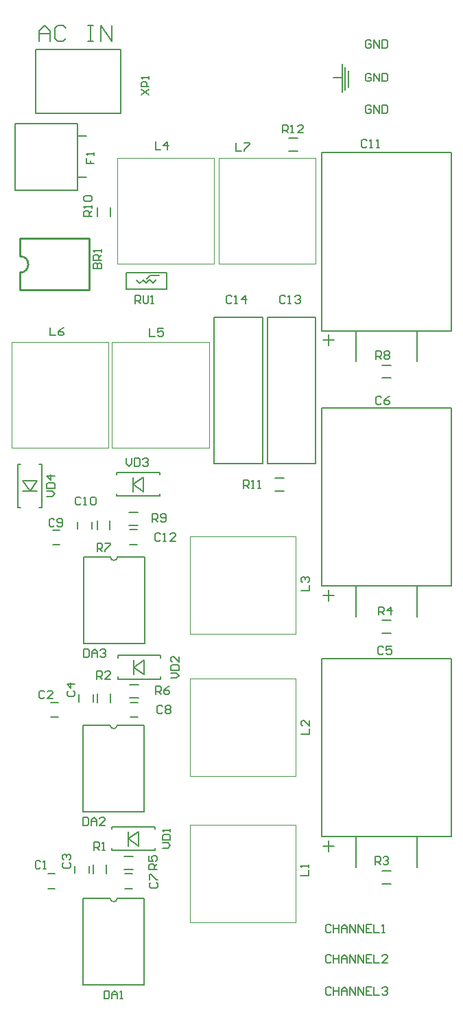
<source format=gto>
G04 Layer_Color=65535*
%FSLAX24Y24*%
%MOIN*%
G70*
G01*
G75*
%ADD10C,0.0079*%
%ADD37C,0.0100*%
%ADD38C,0.0067*%
%ADD39C,0.0050*%
%ADD40C,0.0039*%
D10*
X39116Y21787D02*
G03*
X39467Y21787I175J0D01*
G01*
X39116Y30193D02*
G03*
X39467Y30193I175J0D01*
G01*
X39126Y38352D02*
G03*
X39476Y38352I175J0D01*
G01*
X37809Y21787D02*
X39116D01*
X39467D02*
X40774D01*
Y17583D02*
Y21787D01*
X37809Y17583D02*
X40774D01*
X37809D02*
Y21787D01*
X37809Y30193D02*
X39116D01*
X39467D02*
X40774D01*
Y25988D02*
Y30193D01*
X37809Y25988D02*
X40774D01*
X37809D02*
Y30193D01*
X37819Y38352D02*
X39126D01*
X39476D02*
X40783D01*
Y34148D02*
Y38352D01*
X37819Y34148D02*
X40783D01*
X37819D02*
Y38352D01*
X34508Y56132D02*
X37539D01*
Y59380D01*
X34508Y56132D02*
Y59380D01*
X37539D01*
Y56782D02*
X37963D01*
X37539Y58780D02*
X37963D01*
X38297Y22963D02*
Y23396D01*
X38927Y22963D02*
Y23396D01*
X38504Y31270D02*
Y31703D01*
X39134Y31270D02*
Y31703D01*
X52333Y23100D02*
X52766D01*
X52333Y22470D02*
X52766D01*
X52333Y35266D02*
X52766D01*
X52333Y34636D02*
X52766D01*
X39803Y23819D02*
X40236D01*
X39803Y23189D02*
X40236D01*
X40069Y32156D02*
X40502D01*
X40069Y31526D02*
X40502D01*
X38484Y39665D02*
Y40098D01*
X39114Y39665D02*
Y40098D01*
X52323Y47657D02*
X52756D01*
X52323Y47028D02*
X52756D01*
X40030Y40522D02*
X40463D01*
X40030Y39892D02*
X40463D01*
X39144Y54872D02*
Y55305D01*
X38514Y54872D02*
Y55305D01*
X47146Y41535D02*
X47579D01*
X47146Y42165D02*
X47579D01*
X47795Y58671D02*
X48228D01*
X47795Y58041D02*
X48228D01*
X40915Y51860D02*
X41073Y52018D01*
X41486D01*
X41191Y51654D02*
X41353Y51816D01*
X41033Y51801D02*
X41186Y51649D01*
X40871Y51639D02*
X41033Y51801D01*
X40719Y51791D02*
X40871Y51639D01*
X40561Y51634D02*
X40719Y51791D01*
X40541Y51634D02*
X40561D01*
X40394Y51782D02*
X40541Y51634D01*
X39911Y51329D02*
X41880D01*
Y51732D01*
X39911Y51329D02*
Y51732D01*
Y52136D02*
X41880D01*
Y51732D02*
Y52136D01*
X39911Y51732D02*
Y52136D01*
X39213Y24104D02*
X41299D01*
X39213Y25246D02*
X41299D01*
X39213Y24104D02*
Y24213D01*
Y25138D02*
Y25246D01*
X41299Y24104D02*
Y24213D01*
Y25138D02*
Y25246D01*
X39488Y32421D02*
X41575D01*
X39488Y33563D02*
X41575D01*
X39488Y32421D02*
Y32530D01*
Y33455D02*
Y33563D01*
X41575Y32421D02*
Y32530D01*
Y33455D02*
Y33563D01*
X39439Y41299D02*
X41526D01*
X39439Y42441D02*
X41526D01*
X39439Y41299D02*
Y41407D01*
Y42333D02*
Y42441D01*
X41526Y41299D02*
Y41407D01*
Y42333D02*
Y42441D01*
X35787Y40748D02*
Y42835D01*
X34646Y40748D02*
Y42835D01*
X35679Y40748D02*
X35787D01*
X34646D02*
X34754D01*
X35679Y42835D02*
X35787D01*
X34646D02*
X34754D01*
X35502Y62972D02*
X39636D01*
Y59862D02*
Y62972D01*
X35502Y59862D02*
X39636D01*
X35502D02*
Y62972D01*
X54026Y23278D02*
Y24754D01*
X51073Y23278D02*
Y24754D01*
X49400Y24764D02*
Y33406D01*
X55699D01*
Y24764D02*
Y33406D01*
X49409Y24764D02*
X55699D01*
X54026Y35443D02*
Y36919D01*
X51073Y35443D02*
Y36919D01*
X49400Y36929D02*
Y45571D01*
X55699D01*
Y36929D02*
Y45571D01*
X49409Y36929D02*
X55699D01*
X54026Y47835D02*
Y49311D01*
X51073Y47835D02*
Y49311D01*
X49400Y49321D02*
Y57963D01*
X55699D01*
Y49321D02*
Y57963D01*
X49409Y49321D02*
X55699D01*
X49961Y61604D02*
X50384D01*
X50394Y60925D02*
Y62293D01*
X50541Y61024D02*
Y62106D01*
X50689Y61142D02*
Y61959D01*
X38307Y52343D02*
X38701D01*
Y52539D01*
X38635Y52605D01*
X38570D01*
X38504Y52539D01*
Y52343D01*
Y52539D01*
X38438Y52605D01*
X38373D01*
X38307Y52539D01*
Y52343D01*
X38701Y52736D02*
X38307D01*
Y52933D01*
X38373Y52998D01*
X38504D01*
X38570Y52933D01*
Y52736D01*
Y52867D02*
X38701Y52998D01*
Y53130D02*
Y53261D01*
Y53195D01*
X38307D01*
X38373Y53130D01*
X35745Y23546D02*
X35679Y23612D01*
X35548D01*
X35482Y23546D01*
Y23284D01*
X35548Y23219D01*
X35679D01*
X35745Y23284D01*
X35876Y23219D02*
X36007D01*
X35941D01*
Y23612D01*
X35876Y23546D01*
X35942Y31795D02*
X35876Y31860D01*
X35745D01*
X35679Y31795D01*
Y31532D01*
X35745Y31467D01*
X35876D01*
X35942Y31532D01*
X36335Y31467D02*
X36073D01*
X36335Y31729D01*
Y31795D01*
X36269Y31860D01*
X36138D01*
X36073Y31795D01*
X36877Y23501D02*
X36811Y23435D01*
Y23304D01*
X36877Y23238D01*
X37139D01*
X37205Y23304D01*
Y23435D01*
X37139Y23501D01*
X36877Y23632D02*
X36811Y23697D01*
Y23829D01*
X36877Y23894D01*
X36942D01*
X37008Y23829D01*
Y23763D01*
Y23829D01*
X37074Y23894D01*
X37139D01*
X37205Y23829D01*
Y23697D01*
X37139Y23632D01*
X37083Y31847D02*
X37018Y31781D01*
Y31650D01*
X37083Y31585D01*
X37346D01*
X37411Y31650D01*
Y31781D01*
X37346Y31847D01*
X37411Y32175D02*
X37018D01*
X37215Y31978D01*
Y32241D01*
X41089Y22536D02*
X41024Y22470D01*
Y22339D01*
X41089Y22274D01*
X41352D01*
X41417Y22339D01*
Y22470D01*
X41352Y22536D01*
X41024Y22667D02*
Y22930D01*
X41089D01*
X41352Y22667D01*
X41417D01*
X41660Y31066D02*
X41594Y31132D01*
X41463D01*
X41398Y31066D01*
Y30804D01*
X41463Y30738D01*
X41594D01*
X41660Y30804D01*
X41791Y31066D02*
X41857Y31132D01*
X41988D01*
X42054Y31066D01*
Y31001D01*
X41988Y30935D01*
X42054Y30869D01*
Y30804D01*
X41988Y30738D01*
X41857D01*
X41791Y30804D01*
Y30869D01*
X41857Y30935D01*
X41791Y31001D01*
Y31066D01*
X41857Y30935D02*
X41988D01*
X36414Y40141D02*
X36348Y40207D01*
X36217D01*
X36152Y40141D01*
Y39879D01*
X36217Y39813D01*
X36348D01*
X36414Y39879D01*
X36545D02*
X36611Y39813D01*
X36742D01*
X36808Y39879D01*
Y40141D01*
X36742Y40207D01*
X36611D01*
X36545Y40141D01*
Y40075D01*
X36611Y40010D01*
X36808D01*
X37703Y41194D02*
X37638Y41260D01*
X37507D01*
X37441Y41194D01*
Y40932D01*
X37507Y40866D01*
X37638D01*
X37703Y40932D01*
X37835Y40866D02*
X37966D01*
X37900D01*
Y41260D01*
X37835Y41194D01*
X38163D02*
X38228Y41260D01*
X38359D01*
X38425Y41194D01*
Y40932D01*
X38359Y40866D01*
X38228D01*
X38163Y40932D01*
Y41194D01*
X41562Y39442D02*
X41496Y39508D01*
X41365D01*
X41299Y39442D01*
Y39180D01*
X41365Y39114D01*
X41496D01*
X41562Y39180D01*
X41693Y39114D02*
X41824D01*
X41758D01*
Y39508D01*
X41693Y39442D01*
X42283Y39114D02*
X42021D01*
X42283Y39377D01*
Y39442D01*
X42218Y39508D01*
X42086D01*
X42021Y39442D01*
X47634Y50987D02*
X47569Y51053D01*
X47438D01*
X47372Y50987D01*
Y50725D01*
X47438Y50659D01*
X47569D01*
X47634Y50725D01*
X47766Y50659D02*
X47897D01*
X47831D01*
Y51053D01*
X47766Y50987D01*
X48094D02*
X48159Y51053D01*
X48290D01*
X48356Y50987D01*
Y50922D01*
X48290Y50856D01*
X48225D01*
X48290D01*
X48356Y50791D01*
Y50725D01*
X48290Y50659D01*
X48159D01*
X48094Y50725D01*
X45036Y50968D02*
X44970Y51033D01*
X44839D01*
X44774Y50968D01*
Y50705D01*
X44839Y50640D01*
X44970D01*
X45036Y50705D01*
X45167Y50640D02*
X45298D01*
X45233D01*
Y51033D01*
X45167Y50968D01*
X45692Y50640D02*
Y51033D01*
X45495Y50837D01*
X45758D01*
X38819Y17293D02*
Y16900D01*
X39016D01*
X39081Y16965D01*
Y17228D01*
X39016Y17293D01*
X38819D01*
X39212Y16900D02*
Y17162D01*
X39344Y17293D01*
X39475Y17162D01*
Y16900D01*
Y17096D01*
X39212D01*
X39606Y16900D02*
X39737D01*
X39672D01*
Y17293D01*
X39606Y17228D01*
X37815Y25718D02*
Y25325D01*
X38012D01*
X38077Y25390D01*
Y25653D01*
X38012Y25718D01*
X37815D01*
X38209Y25325D02*
Y25587D01*
X38340Y25718D01*
X38471Y25587D01*
Y25325D01*
Y25522D01*
X38209D01*
X38864Y25325D02*
X38602D01*
X38864Y25587D01*
Y25653D01*
X38799Y25718D01*
X38668D01*
X38602Y25653D01*
X37844Y33868D02*
Y33474D01*
X38041D01*
X38107Y33540D01*
Y33802D01*
X38041Y33868D01*
X37844D01*
X38238Y33474D02*
Y33737D01*
X38369Y33868D01*
X38500Y33737D01*
Y33474D01*
Y33671D01*
X38238D01*
X38632Y33802D02*
X38697Y33868D01*
X38828D01*
X38894Y33802D01*
Y33737D01*
X38828Y33671D01*
X38763D01*
X38828D01*
X38894Y33606D01*
Y33540D01*
X38828Y33474D01*
X38697D01*
X38632Y33540D01*
X37953Y57703D02*
Y57441D01*
X38150D01*
Y57572D01*
Y57441D01*
X38346D01*
Y57835D02*
Y57966D01*
Y57900D01*
X37953D01*
X38018Y57835D01*
X48376Y22874D02*
X48770D01*
Y23136D01*
Y23268D02*
Y23399D01*
Y23333D01*
X48376D01*
X48442Y23268D01*
X48415Y29744D02*
X48809D01*
Y30006D01*
Y30400D02*
Y30138D01*
X48547Y30400D01*
X48481D01*
X48415Y30334D01*
Y30203D01*
X48481Y30138D01*
X48396Y36722D02*
X48789D01*
Y36985D01*
X48461Y37116D02*
X48396Y37182D01*
Y37313D01*
X48461Y37378D01*
X48527D01*
X48593Y37313D01*
Y37247D01*
Y37313D01*
X48658Y37378D01*
X48724D01*
X48789Y37313D01*
Y37182D01*
X48724Y37116D01*
X41319Y58514D02*
Y58120D01*
X41581D01*
X41909D02*
Y58514D01*
X41712Y58317D01*
X41975D01*
X41043Y49429D02*
Y49035D01*
X41306D01*
X41699Y49429D02*
X41437D01*
Y49232D01*
X41568Y49298D01*
X41634D01*
X41699Y49232D01*
Y49101D01*
X41634Y49035D01*
X41502D01*
X41437Y49101D01*
X36201Y49488D02*
Y49094D01*
X36463D01*
X36857Y49488D02*
X36726Y49422D01*
X36594Y49291D01*
Y49160D01*
X36660Y49094D01*
X36791D01*
X36857Y49160D01*
Y49226D01*
X36791Y49291D01*
X36594D01*
X45226Y58435D02*
Y58041D01*
X45489D01*
X45620Y58435D02*
X45882D01*
Y58369D01*
X45620Y58107D01*
Y58041D01*
X38346Y24104D02*
Y24498D01*
X38543D01*
X38609Y24432D01*
Y24301D01*
X38543Y24236D01*
X38346D01*
X38478D02*
X38609Y24104D01*
X38740D02*
X38871D01*
X38806D01*
Y24498D01*
X38740Y24432D01*
X38474Y32402D02*
Y32795D01*
X38671D01*
X38737Y32730D01*
Y32598D01*
X38671Y32533D01*
X38474D01*
X38606D02*
X38737Y32402D01*
X39130D02*
X38868D01*
X39130Y32664D01*
Y32730D01*
X39065Y32795D01*
X38934D01*
X38868Y32730D01*
X51988Y23415D02*
Y23809D01*
X52185D01*
X52251Y23743D01*
Y23612D01*
X52185Y23547D01*
X51988D01*
X52119D02*
X52251Y23415D01*
X52382Y23743D02*
X52447Y23809D01*
X52579D01*
X52644Y23743D01*
Y23678D01*
X52579Y23612D01*
X52513D01*
X52579D01*
X52644Y23547D01*
Y23481D01*
X52579Y23415D01*
X52447D01*
X52382Y23481D01*
X52165Y35531D02*
Y35925D01*
X52362D01*
X52428Y35859D01*
Y35728D01*
X52362Y35663D01*
X52165D01*
X52297D02*
X52428Y35531D01*
X52756D02*
Y35925D01*
X52559Y35728D01*
X52821D01*
X41407Y23179D02*
X41014D01*
Y23376D01*
X41080Y23442D01*
X41211D01*
X41276Y23376D01*
Y23179D01*
Y23310D02*
X41407Y23442D01*
X41014Y23835D02*
Y23573D01*
X41211D01*
X41145Y23704D01*
Y23770D01*
X41211Y23835D01*
X41342D01*
X41407Y23770D01*
Y23638D01*
X41342Y23573D01*
X41339Y31673D02*
Y32067D01*
X41535D01*
X41601Y32001D01*
Y31870D01*
X41535Y31804D01*
X41339D01*
X41470D02*
X41601Y31673D01*
X41995Y32067D02*
X41863Y32001D01*
X41732Y31870D01*
Y31739D01*
X41798Y31673D01*
X41929D01*
X41995Y31739D01*
Y31804D01*
X41929Y31870D01*
X41732D01*
X38484Y38612D02*
Y39006D01*
X38681D01*
X38747Y38940D01*
Y38809D01*
X38681Y38743D01*
X38484D01*
X38615D02*
X38747Y38612D01*
X38878Y39006D02*
X39140D01*
Y38940D01*
X38878Y38678D01*
Y38612D01*
X52037Y47933D02*
Y48327D01*
X52234D01*
X52300Y48261D01*
Y48130D01*
X52234Y48064D01*
X52037D01*
X52169D02*
X52300Y47933D01*
X52431Y48261D02*
X52497Y48327D01*
X52628D01*
X52693Y48261D01*
Y48195D01*
X52628Y48130D01*
X52693Y48064D01*
Y47999D01*
X52628Y47933D01*
X52497D01*
X52431Y47999D01*
Y48064D01*
X52497Y48130D01*
X52431Y48195D01*
Y48261D01*
X52497Y48130D02*
X52628D01*
X41181Y40049D02*
Y40443D01*
X41378D01*
X41443Y40377D01*
Y40246D01*
X41378Y40180D01*
X41181D01*
X41312D02*
X41443Y40049D01*
X41575Y40115D02*
X41640Y40049D01*
X41771D01*
X41837Y40115D01*
Y40377D01*
X41771Y40443D01*
X41640D01*
X41575Y40377D01*
Y40312D01*
X41640Y40246D01*
X41837D01*
X38228Y54892D02*
X37835D01*
Y55089D01*
X37900Y55154D01*
X38032D01*
X38097Y55089D01*
Y54892D01*
Y55023D02*
X38228Y55154D01*
Y55285D02*
Y55416D01*
Y55351D01*
X37835D01*
X37900Y55285D01*
Y55613D02*
X37835Y55679D01*
Y55810D01*
X37900Y55876D01*
X38163D01*
X38228Y55810D01*
Y55679D01*
X38163Y55613D01*
X37900D01*
X45591Y41673D02*
Y42067D01*
X45787D01*
X45853Y42001D01*
Y41870D01*
X45787Y41804D01*
X45591D01*
X45722D02*
X45853Y41673D01*
X45984D02*
X46115D01*
X46050D01*
Y42067D01*
X45984Y42001D01*
X46312Y41673D02*
X46443D01*
X46378D01*
Y42067D01*
X46312Y42001D01*
X47510Y58927D02*
Y59321D01*
X47707D01*
X47772Y59255D01*
Y59124D01*
X47707Y59058D01*
X47510D01*
X47641D02*
X47772Y58927D01*
X47903D02*
X48035D01*
X47969D01*
Y59321D01*
X47903Y59255D01*
X48494Y58927D02*
X48231D01*
X48494Y59190D01*
Y59255D01*
X48428Y59321D01*
X48297D01*
X48231Y59255D01*
X40325Y50659D02*
Y51053D01*
X40522D01*
X40587Y50987D01*
Y50856D01*
X40522Y50791D01*
X40325D01*
X40456D02*
X40587Y50659D01*
X40718Y51053D02*
Y50725D01*
X40784Y50659D01*
X40915D01*
X40981Y50725D01*
Y51053D01*
X41112Y50659D02*
X41243D01*
X41178D01*
Y51053D01*
X41112Y50987D01*
X41654Y24222D02*
X41916D01*
X42047Y24354D01*
X41916Y24485D01*
X41654D01*
Y24616D02*
X42047D01*
Y24813D01*
X41982Y24878D01*
X41719D01*
X41654Y24813D01*
Y24616D01*
X42047Y25010D02*
Y25141D01*
Y25075D01*
X41654D01*
X41719Y25010D01*
X42077Y32461D02*
X42339D01*
X42470Y32592D01*
X42339Y32723D01*
X42077D01*
Y32854D02*
X42470D01*
Y33051D01*
X42405Y33117D01*
X42142D01*
X42077Y33051D01*
Y32854D01*
X42470Y33510D02*
Y33248D01*
X42208Y33510D01*
X42142D01*
X42077Y33445D01*
Y33313D01*
X42142Y33248D01*
X39902Y43149D02*
Y42887D01*
X40033Y42756D01*
X40164Y42887D01*
Y43149D01*
X40295D02*
Y42756D01*
X40492D01*
X40558Y42821D01*
Y43084D01*
X40492Y43149D01*
X40295D01*
X40689Y43084D02*
X40754Y43149D01*
X40886D01*
X40951Y43084D01*
Y43018D01*
X40886Y42953D01*
X40820D01*
X40886D01*
X40951Y42887D01*
Y42821D01*
X40886Y42756D01*
X40754D01*
X40689Y42821D01*
X36034Y41280D02*
X36296D01*
X36427Y41411D01*
X36296Y41542D01*
X36034D01*
Y41673D02*
X36427D01*
Y41870D01*
X36362Y41935D01*
X36099D01*
X36034Y41870D01*
Y41673D01*
X36427Y42263D02*
X36034D01*
X36230Y42067D01*
Y42329D01*
X40620Y60768D02*
X41014Y61030D01*
X40620D02*
X41014Y60768D01*
Y61161D02*
X40620D01*
Y61358D01*
X40686Y61424D01*
X40817D01*
X40883Y61358D01*
Y61161D01*
X41014Y61555D02*
Y61686D01*
Y61620D01*
X40620D01*
X40686Y61555D01*
X52388Y33930D02*
X52323Y33996D01*
X52192D01*
X52126Y33930D01*
Y33668D01*
X52192Y33602D01*
X52323D01*
X52388Y33668D01*
X52782Y33996D02*
X52520D01*
Y33799D01*
X52651Y33865D01*
X52716D01*
X52782Y33799D01*
Y33668D01*
X52716Y33602D01*
X52585D01*
X52520Y33668D01*
X52300Y46076D02*
X52234Y46142D01*
X52103D01*
X52037Y46076D01*
Y45814D01*
X52103Y45748D01*
X52234D01*
X52300Y45814D01*
X52693Y46142D02*
X52562Y46076D01*
X52431Y45945D01*
Y45814D01*
X52497Y45748D01*
X52628D01*
X52693Y45814D01*
Y45879D01*
X52628Y45945D01*
X52431D01*
X51601Y58546D02*
X51535Y58612D01*
X51404D01*
X51339Y58546D01*
Y58284D01*
X51404Y58218D01*
X51535D01*
X51601Y58284D01*
X51732Y58218D02*
X51863D01*
X51798D01*
Y58612D01*
X51732Y58546D01*
X52060Y58218D02*
X52191D01*
X52126D01*
Y58612D01*
X52060Y58546D01*
X49468Y24321D02*
X49993D01*
X49731Y24583D02*
Y24058D01*
X49468Y36486D02*
X49993D01*
X49731Y36748D02*
Y36224D01*
X49468Y48878D02*
X49993D01*
X49731Y49140D02*
Y48615D01*
X51798Y63379D02*
X51732Y63445D01*
X51601D01*
X51535Y63379D01*
Y63117D01*
X51601Y63051D01*
X51732D01*
X51798Y63117D01*
Y63248D01*
X51667D01*
X51929Y63051D02*
Y63445D01*
X52191Y63051D01*
Y63445D01*
X52323D02*
Y63051D01*
X52519D01*
X52585Y63117D01*
Y63379D01*
X52519Y63445D01*
X52323D01*
X51798Y61755D02*
X51732Y61821D01*
X51601D01*
X51535Y61755D01*
Y61493D01*
X51601Y61427D01*
X51732D01*
X51798Y61493D01*
Y61624D01*
X51667D01*
X51929Y61427D02*
Y61821D01*
X52191Y61427D01*
Y61821D01*
X52323D02*
Y61427D01*
X52519D01*
X52585Y61493D01*
Y61755D01*
X52519Y61821D01*
X52323D01*
X51798Y60220D02*
X51732Y60285D01*
X51601D01*
X51535Y60220D01*
Y59957D01*
X51601Y59892D01*
X51732D01*
X51798Y59957D01*
Y60089D01*
X51667D01*
X51929Y59892D02*
Y60285D01*
X52191Y59892D01*
Y60285D01*
X52323D02*
Y59892D01*
X52519D01*
X52585Y59957D01*
Y60220D01*
X52519Y60285D01*
X52323D01*
X49849Y20446D02*
X49783Y20512D01*
X49652D01*
X49587Y20446D01*
Y20184D01*
X49652Y20118D01*
X49783D01*
X49849Y20184D01*
X49980Y20512D02*
Y20118D01*
Y20315D01*
X50243D01*
Y20512D01*
Y20118D01*
X50374D02*
Y20380D01*
X50505Y20512D01*
X50636Y20380D01*
Y20118D01*
Y20315D01*
X50374D01*
X50767Y20118D02*
Y20512D01*
X51030Y20118D01*
Y20512D01*
X51161Y20118D02*
Y20512D01*
X51423Y20118D01*
Y20512D01*
X51817D02*
X51554D01*
Y20118D01*
X51817D01*
X51554Y20315D02*
X51686D01*
X51948Y20512D02*
Y20118D01*
X52210D01*
X52342D02*
X52473D01*
X52407D01*
Y20512D01*
X52342Y20446D01*
X49849Y18970D02*
X49783Y19035D01*
X49652D01*
X49587Y18970D01*
Y18707D01*
X49652Y18642D01*
X49783D01*
X49849Y18707D01*
X49980Y19035D02*
Y18642D01*
Y18839D01*
X50243D01*
Y19035D01*
Y18642D01*
X50374D02*
Y18904D01*
X50505Y19035D01*
X50636Y18904D01*
Y18642D01*
Y18839D01*
X50374D01*
X50767Y18642D02*
Y19035D01*
X51030Y18642D01*
Y19035D01*
X51161Y18642D02*
Y19035D01*
X51423Y18642D01*
Y19035D01*
X51817D02*
X51554D01*
Y18642D01*
X51817D01*
X51554Y18839D02*
X51686D01*
X51948Y19035D02*
Y18642D01*
X52210D01*
X52604D02*
X52342D01*
X52604Y18904D01*
Y18970D01*
X52538Y19035D01*
X52407D01*
X52342Y18970D01*
X49849Y17395D02*
X49783Y17461D01*
X49652D01*
X49587Y17395D01*
Y17133D01*
X49652Y17067D01*
X49783D01*
X49849Y17133D01*
X49980Y17461D02*
Y17067D01*
Y17264D01*
X50243D01*
Y17461D01*
Y17067D01*
X50374D02*
Y17329D01*
X50505Y17461D01*
X50636Y17329D01*
Y17067D01*
Y17264D01*
X50374D01*
X50767Y17067D02*
Y17461D01*
X51030Y17067D01*
Y17461D01*
X51161Y17067D02*
Y17461D01*
X51423Y17067D01*
Y17461D01*
X51817D02*
X51554D01*
Y17067D01*
X51817D01*
X51554Y17264D02*
X51686D01*
X51948Y17461D02*
Y17067D01*
X52210D01*
X52342Y17395D02*
X52407Y17461D01*
X52538D01*
X52604Y17395D01*
Y17329D01*
X52538Y17264D01*
X52473D01*
X52538D01*
X52604Y17198D01*
Y17133D01*
X52538Y17067D01*
X52407D01*
X52342Y17133D01*
X35659Y63366D02*
Y63891D01*
X35922Y64153D01*
X36184Y63891D01*
Y63366D01*
Y63760D01*
X35659D01*
X36971Y64022D02*
X36840Y64153D01*
X36578D01*
X36447Y64022D01*
Y63497D01*
X36578Y63366D01*
X36840D01*
X36971Y63497D01*
X38021Y64153D02*
X38283D01*
X38152D01*
Y63366D01*
X38021D01*
X38283D01*
X38677D02*
Y64153D01*
X39202Y63366D01*
Y64153D01*
D37*
X34738Y52147D02*
G03*
X34738Y52947I0J400D01*
G01*
Y51297D02*
X38088D01*
X34738Y53797D02*
X38088D01*
Y51297D02*
Y53797D01*
X34738Y51297D02*
Y52147D01*
Y52947D02*
Y53797D01*
D38*
X36093Y22254D02*
X36447D01*
X36093Y22963D02*
X36447D01*
X36230Y30561D02*
X36585D01*
X36230Y31270D02*
X36585D01*
X38091Y23002D02*
Y23356D01*
X37382Y23002D02*
Y23356D01*
X38297Y31309D02*
Y31663D01*
X37589Y31309D02*
Y31663D01*
X39843Y22963D02*
X40197D01*
X39843Y22254D02*
X40197D01*
X40108Y31270D02*
X40463D01*
X40108Y30561D02*
X40463D01*
X36319Y38947D02*
X36673D01*
X36319Y39656D02*
X36673D01*
X38248Y39695D02*
Y40049D01*
X37539Y39695D02*
Y40049D01*
X40069Y39665D02*
X40423D01*
X40069Y38957D02*
X40423D01*
D39*
X46752Y42874D02*
X49114D01*
X46752D02*
Y49961D01*
X49114D01*
Y42874D02*
Y49961D01*
X44154Y42874D02*
X46516D01*
X44154D02*
Y49961D01*
X46516D01*
Y42874D02*
Y49961D01*
X40006Y24675D02*
X40506Y24325D01*
X40006Y24675D02*
X40506Y25025D01*
X40006Y24325D02*
Y25025D01*
X40506Y24325D02*
Y25025D01*
X40281Y32992D02*
X40781Y32642D01*
X40281Y32992D02*
X40781Y33342D01*
X40281Y32642D02*
Y33342D01*
X40781Y32642D02*
Y33342D01*
X40232Y41870D02*
X40732Y41520D01*
X40232Y41870D02*
X40732Y42220D01*
X40232Y41520D02*
Y42220D01*
X40732Y41520D02*
Y42220D01*
X35217Y41541D02*
X35567Y42041D01*
X34867D02*
X35217Y41541D01*
X34867D02*
X35567D01*
X34867Y42041D02*
X35567D01*
D40*
X45187Y20620D02*
X48022D01*
X48002D02*
X48130D01*
Y25335D01*
X43248Y25335D02*
X48130D01*
X42992D02*
X43248D01*
X42992Y22963D02*
Y25335D01*
Y20719D02*
Y22963D01*
Y20620D02*
X45187D01*
X42992D02*
Y20728D01*
X45187Y27726D02*
X48022D01*
X48002D02*
X48130D01*
Y32441D01*
X43248Y32441D02*
X48130D01*
X42992D02*
X43248D01*
X42992Y30069D02*
Y32441D01*
Y27825D02*
Y30069D01*
Y27726D02*
X45187D01*
X42992D02*
Y27835D01*
X45187Y34626D02*
X48022D01*
X48002D02*
X48130D01*
Y39341D01*
X43248Y39341D02*
X48130D01*
X42992D02*
X43248D01*
X42992Y36969D02*
Y39341D01*
Y34724D02*
Y36969D01*
Y34626D02*
X45187D01*
X42992D02*
Y34734D01*
X39459Y52677D02*
Y55512D01*
Y52569D02*
Y52697D01*
Y52569D02*
X44173D01*
X44173D02*
Y57451D01*
Y57707D01*
X41801D02*
X44173D01*
X39557D02*
X41801D01*
X39459Y55512D02*
Y57707D01*
X39567D01*
X39203Y43740D02*
Y46575D01*
Y43632D02*
Y43760D01*
Y43632D02*
X43917D01*
X43917D02*
Y48514D01*
Y48770D01*
X41545D02*
X43917D01*
X39301D02*
X41545D01*
X39203Y46575D02*
Y48770D01*
X39311D01*
X34321Y43740D02*
Y46575D01*
Y43632D02*
Y43760D01*
Y43632D02*
X39035D01*
X39035D02*
Y48514D01*
Y48770D01*
X36663D02*
X39035D01*
X34419D02*
X36663D01*
X34321Y46575D02*
Y48770D01*
X34429D01*
X44400Y52677D02*
Y55512D01*
Y52569D02*
Y52697D01*
Y52569D02*
X49114D01*
X49114D02*
Y57451D01*
Y57707D01*
X46742D02*
X49114D01*
X44498D02*
X46742D01*
X44400Y55512D02*
Y57707D01*
X44508D01*
M02*

</source>
